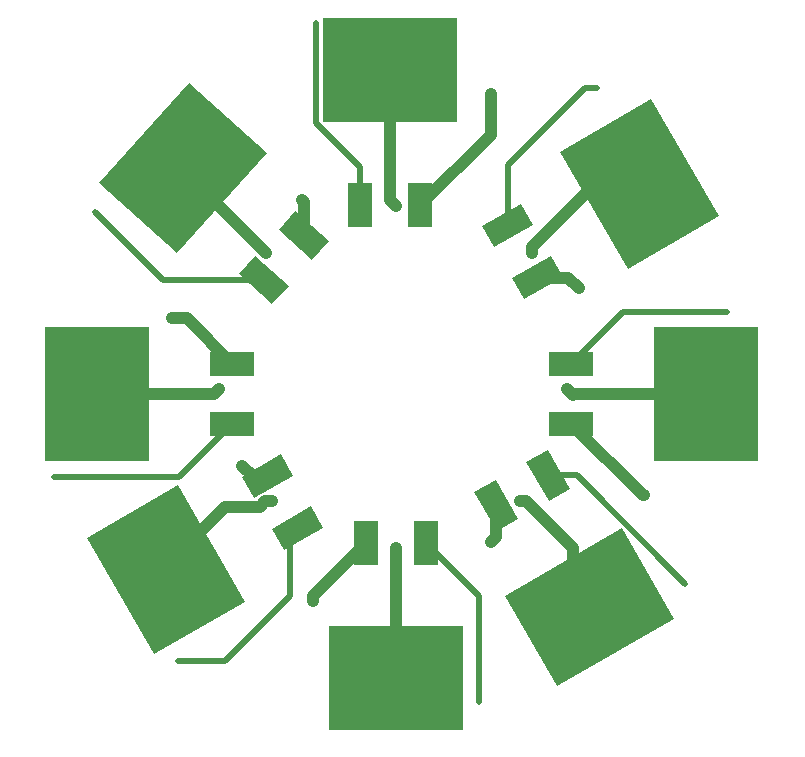
<source format=gbr>
G04 EAGLE Gerber RS-274X export*
G75*
%MOMM*%
%FSLAX34Y34*%
%LPD*%
%INTop Copper*%
%IPPOS*%
%AMOC8*
5,1,8,0,0,1.08239X$1,22.5*%
G01*
G04 Define Apertures*
%ADD10R,2.080000X3.810000*%
%ADD11R,11.430000X8.890000*%
%ADD12R,3.810000X2.080000*%
%ADD13R,8.890000X11.430000*%
%ADD14C,0.502400*%
%ADD15C,1.016000*%
%ADD16C,0.508000*%
D10*
X-30400Y140700D03*
D11*
X-5000Y255000D03*
D10*
X20400Y140700D03*
X25400Y-145700D03*
D11*
X0Y-260000D03*
D10*
X-25400Y-145700D03*
D12*
X-138510Y-44450D03*
D13*
X-252810Y-19050D03*
D12*
X-138510Y6350D03*
X148510Y6350D03*
D13*
X262810Y-19050D03*
D12*
X148510Y-44450D03*
G36*
X116261Y123765D02*
X83267Y104716D01*
X72867Y122729D01*
X105861Y141778D01*
X116261Y123765D01*
G37*
D11*
G36*
X196331Y86682D02*
X139181Y185668D01*
X216169Y230118D01*
X273319Y131132D01*
X196331Y86682D01*
G37*
D12*
G36*
X141661Y79771D02*
X108667Y60722D01*
X98267Y78735D01*
X131261Y97784D01*
X141661Y79771D01*
G37*
G36*
X129294Y-109910D02*
X110245Y-76916D01*
X128258Y-66516D01*
X147307Y-99510D01*
X129294Y-109910D01*
G37*
D11*
G36*
X92211Y-189981D02*
X191197Y-132831D01*
X235647Y-209819D01*
X136661Y-266969D01*
X92211Y-189981D01*
G37*
D12*
G36*
X85300Y-135310D02*
X66251Y-102316D01*
X84264Y-91916D01*
X103313Y-124910D01*
X85300Y-135310D01*
G37*
G36*
X-119221Y97427D02*
X-90819Y72033D01*
X-104683Y56527D01*
X-133085Y81921D01*
X-119221Y97427D01*
G37*
D11*
G36*
X-109002Y185073D02*
X-185185Y99866D01*
X-251458Y159121D01*
X-175275Y244328D01*
X-109002Y185073D01*
G37*
D12*
G36*
X-85361Y135297D02*
X-56959Y109903D01*
X-70823Y94397D01*
X-99225Y119791D01*
X-85361Y135297D01*
G37*
G36*
X-104847Y-133507D02*
X-71853Y-114458D01*
X-61453Y-132471D01*
X-94447Y-151520D01*
X-104847Y-133507D01*
G37*
D11*
G36*
X-184917Y-96424D02*
X-127767Y-195410D01*
X-204755Y-239860D01*
X-261905Y-140874D01*
X-184917Y-96424D01*
G37*
D12*
G36*
X-130247Y-89513D02*
X-97253Y-70464D01*
X-86853Y-88477D01*
X-119847Y-107526D01*
X-130247Y-89513D01*
G37*
D14*
X0Y140000D03*
D15*
X-5000Y145000D02*
X-5000Y255000D01*
X-5000Y145000D02*
X0Y140000D01*
X20400Y140700D02*
X80000Y200300D01*
X80000Y235000D01*
D14*
X80000Y235000D03*
D15*
X148510Y-44450D02*
X209060Y-105000D01*
X210000Y-105000D01*
D14*
X210000Y-105000D03*
X-70000Y-195000D03*
D15*
X-70000Y-190000D01*
X-25700Y-145700D01*
X-25400Y-145700D01*
X-138510Y6350D02*
X-177160Y45000D01*
X-190000Y45000D01*
D14*
X-190000Y45000D03*
D15*
X-78092Y114847D02*
X-78092Y143092D01*
X-80000Y145000D01*
D14*
X-80000Y145000D03*
D15*
X119964Y79253D02*
X145747Y79253D01*
X155000Y70000D01*
D14*
X155000Y70000D03*
D15*
X84782Y-113613D02*
X84782Y-140218D01*
X80000Y-145000D01*
D14*
X80000Y-145000D03*
D15*
X-108550Y-88995D02*
X-121005Y-88995D01*
X-130000Y-80000D01*
D14*
X-130000Y-80000D03*
X-110000Y100000D03*
D15*
X-180230Y170230D01*
X-180230Y172097D01*
D14*
X105000Y-110000D03*
D15*
X150000Y-185971D02*
X163929Y-199900D01*
X150000Y-185971D02*
X150000Y-150000D01*
X110000Y-110000D01*
X105000Y-110000D01*
D14*
X115000Y100000D03*
D15*
X115000Y105000D02*
X175000Y165000D01*
X115000Y105000D02*
X115000Y100000D01*
X175000Y165000D02*
X212850Y165000D01*
X206250Y158400D01*
D14*
X-105000Y-110000D03*
D15*
X-110923Y-110000D01*
X-115537Y-114614D01*
X-144614Y-114614D01*
X-194836Y-164836D02*
X-194836Y-168142D01*
X-194836Y-164836D02*
X-144614Y-114614D01*
D16*
X25400Y-145700D02*
X70000Y-190300D01*
X70000Y-280000D01*
D14*
X70000Y-280000D03*
D16*
X-138510Y-44450D02*
X-184060Y-90000D01*
X-290000Y-90000D01*
D14*
X-290000Y-90000D03*
D16*
X148510Y6350D02*
X192160Y50000D01*
X280000Y50000D01*
D14*
X280000Y50000D03*
D16*
X94564Y123247D02*
X94564Y174564D01*
X160000Y240000D01*
X170000Y240000D01*
D14*
X170000Y240000D03*
D16*
X153213Y-88213D02*
X128776Y-88213D01*
X153213Y-88213D02*
X245000Y-180000D01*
D14*
X245000Y-180000D03*
D16*
X-111952Y76977D02*
X-196977Y76977D01*
X-255000Y135000D01*
D14*
X-255000Y135000D03*
D16*
X-83150Y-132989D02*
X-90000Y-139840D01*
X-90000Y-190000D01*
X-145000Y-245000D01*
X-185000Y-245000D01*
D14*
X-185000Y-245000D03*
X0Y-150000D03*
D15*
X0Y-260000D01*
D14*
X145000Y-15000D03*
D15*
X150000Y-20000D01*
X150950Y-19050D02*
X262810Y-19050D01*
X150950Y-19050D02*
X150000Y-20000D01*
D14*
X-150000Y-15000D03*
D15*
X-154050Y-19050D02*
X-252810Y-19050D01*
X-154050Y-19050D02*
X-150000Y-15000D01*
D14*
X-67456Y295000D03*
D16*
X-67428Y294972D01*
X-30400Y173053D02*
X-30400Y140700D01*
X-30400Y173053D02*
X-67428Y210081D01*
X-67428Y294972D01*
M02*

</source>
